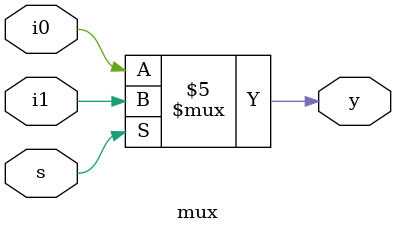
<source format=v>
module CSKIPA(A,B,Cin,S,Cout);
  input [3:0] A,B;
  input Cin;
  output [3:0] S;
  output Cout;
  wire [3:0] C; 
  reg [3:0] Pr;
  wire P;
  integer i;

  always@(*) begin
    for(i=0;i<4;i=i+1)
     begin
      Pr[i] = A[i]^B[i];
     end
  end
  
  assign P = Pr[0]^Pr[1]^Pr[2]^Pr[3];
  mux MUX2(P,C[3],Cin,Cout);
  
  fa FA0(A[0],B[0],Cin,S[0],C[0]);
  fa FA1(A[1],B[1],C[0],S[1],C[1]);
  fa FA2(A[2],B[2],C[1],S[2],C[2]);
  fa FA3(A[3],B[3],C[2],S[3],C[3]);
endmodule

module fa(input a,b,cin, output sum,carry);
  assign sum = a^b^cin;
  assign carry = (a&b)|(b&cin)|(cin&a);
endmodule

module mux(input s,i0,i1, output reg y);
  always@(*)
    begin
    if(s == 0)
      y = i0;
    else
      y = i1;
    end
endmodule



</source>
